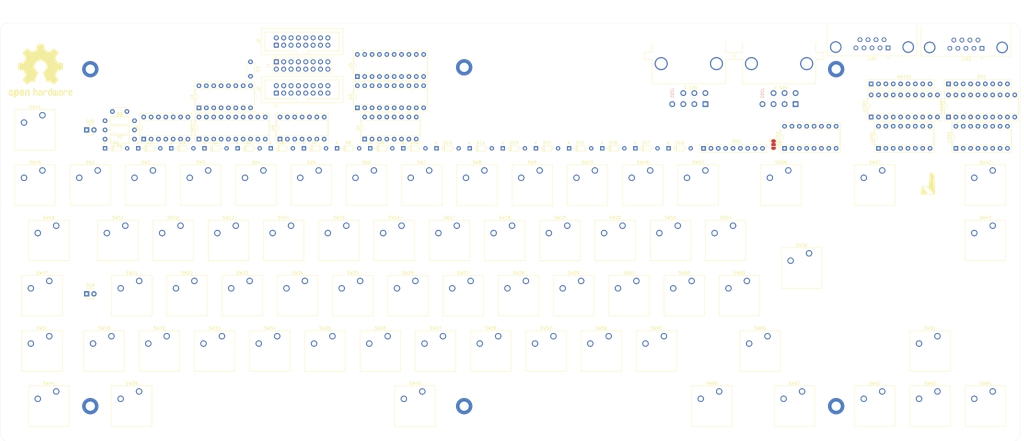
<source format=kicad_pcb>
(kicad_pcb (version 20240108) (generator "pcbnew") (generator_version "8.0")
  (layers (0 "F.Cu" signal) (31 "B.Cu" signal) (34 "B.Paste" user) (35 "F.Paste" user) (36 "B.SilkS" user "B.Silkscreen") (37 "F.SilkS" user "F.Silkscreen") (38 "B.Mask" user) (39 "F.Mask" user) (44 "Edge.Cuts" user))
  (net 0 "")
  (net 1 "COL1")
  (net 2 "ROW1")
  (net 3 "COL2")
  (net 4 "COL3")
  (net 5 "COL4")
  (net 6 "COL5")
  (net 7 "ROW4")
  (net 8 "ROW2")
  (net 9 "ROW5")
  (net 10 "ROW3")
  (net 11 "ROW7")
  (net 12 "ROW6")
  (net 13 "ROW8")
  (net 14 "PD7")
  (net 15 "GND")
  (net 16 "PD6")
  (net 17 "PD5")
  (net 18 "PD4")
  (net 19 "PD3")
  (net 20 "PD2")
  (net 21 "PD1")
  (net 22 "PD0")
  (net 23 "+5V")
  (net 24 "/~{RST}")
  (net 25 "/XID")
  (net 26 "BA3")
  (net 27 "BA2")
  (net 28 "BA1")
  (net 29 "BA0")
  (net 30 "/~{SEL}")
  (net 31 "/DC1")
  (net 32 "/SEL")
  (net 33 "/K~{OE}")
  (net 34 "/C1")
  (net 35 "/C2")
  (net 36 "/C3")
  (net 37 "/C4")
  (net 38 "/C5")
  (net 39 "/ID")
  (net 40 "/DC2")
  (net 41 "/DC3")
  (net 42 "/DC4")
  (net 43 "/~{CSEL}")
  (net 44 "/DC5")
  (net 45 "COL6")
  (net 46 "/DC6")
  (net 47 "/DC7")
  (net 48 "COL7")
  (net 49 "/DC8")
  (net 50 "COL8")
  (net 51 "/L_CL")
  (net 52 "/L_LEG")
  (net 53 "~{IOX}")
  (net 54 "BR~{W}")
  (net 55 "/Gamepads/~{DN1}")
  (net 56 "/Gamepads/~{AB1}")
  (net 57 "/Gamepads/~{SC1}")
  (net 58 "/Gamepads/~{LT1}")
  (net 59 "/Gamepads/~{RT1}")
  (net 60 "/Gamepads/~{UP1}")
  (net 61 "~{LATCH}")
  (net 62 "/Gamepads/~{SC2}")
  (net 63 "/Gamepads/~{AB2}")
  (net 64 "/Gamepads/~{DN2}")
  (net 65 "/Gamepads/~{LT2}")
  (net 66 "/Gamepads/~{UP2}")
  (net 67 "/Gamepads/~{RT2}")
  (net 70 "LATCH")
  (net 71 "/Gamepads/~{DAT1}")
  (net 72 "NCLK")
  (net 75 "/Gamepads/~{DAT2}")
  (net 76 "/Gamepads/VCS")
  (net 77 "/CL")
  (net 78 "/LG")
  (net 82 "P1~{OE}")
  (net 84 "~{NCLK}")
  (net 85 "P2~{OE}")
  (net 86 "/LC3")
  (net 87 "/CC1")
  (net 88 "/CC2")
  (net 89 "/EXT")
  (net 90 "/CC0")
  (net 91 "/LC4")
  (net 97 "/Gamepads/~{S1}")
  (net 98 "/Gamepads/~{A1}")
  (net 99 "/Gamepads/~{A2}")
  (net 100 "/Gamepads/~{S2}")
  (footprint "Button_Switch_Keyboard:SW_Cherry_MX_1.00u_PCB" (layer "F.Cu") (at 270.51 173.355)
    (property "Reference" "SW54")
    (property "Value" "PLUS")
  )
  (footprint "Connector_Dsub:DSUB-9_Male_Horizontal_P2.77x2.84mm_EdgePinOffset4.94mm_Housed_MountingHolesOffset7.48mm" (layer "F.Cu") (at 356.35 112.185331 180)
    (property "Reference" "J102")
    (property "Value" "MD/VCS2")
  )
  (footprint "Package_DIP:DIP-16_W7.62mm_Socket" (layer "F.Cu") (at 143.5 143.5 90)
    (property "Reference" "U4")
    (property "Value" "74HC238")
  )
  (footprint "Button_Switch_Keyboard:SW_Cherry_MX_1.00u_PCB" (layer "F.Cu") (at 360.045 154.305)
    (property "Reference" "SW42")
    (property "Value" "PGUP")
  )
  (footprint "Button_Switch_Keyboard:SW_Cherry_MX_1.00u_PCB" (layer "F.Cu") (at 56.1848 211.455)
    (property "Reference" "SW48")
    (property "Value" "<")
  )
  (footprint "Button_Switch_Keyboard:SW_Cherry_MX_1.00u_PCB" (layer "F.Cu") (at 203.835 154.305)
    (property "Reference" "SW9")
    (property "Value" "9")
  )
  (footprint "Button_Switch_Keyboard:SW_Cherry_MX_1.00u_PCB" (layer "F.Cu") (at 180.0352 192.405)
    (property "Reference" "SW27")
    (property "Value" "J")
  )
  (footprint "Diode_THT:D_DO-34_SOD68_P7.62mm_Horizontal" (layer "F.Cu") (at 133.98 146.685)
    (property "Reference" "D8")
    (property "Value" "4148")
  )
  (footprint "Button_Switch_Keyboard:SW_Cherry_MX_1.25u_PCB" (layer "F.Cu") (at 34.7472 192.405)
    (property "Reference" "SW47")
    (property "Value" "CAPS")
  )
  (footprint "Button_Switch_Keyboard:SW_Cherry_MX_ISOEnter_PCB" (layer "F.Cu") (at 296.7228 182.88)
    (property "Reference" "SW30")
    (property "Value" "ENTER")
  )
  (footprint "Diode_THT:D_DO-34_SOD68_P7.62mm_Horizontal" (layer "F.Cu") (at 145.41 146.685)
    (property "Reference" "D9")
    (property "Value" "4148")
  )
  (footprint "LED_THT:LED_D3.0mm" (layer "F.Cu") (at 47.62 196.85)
    (property "Reference" "D19")
    (property "Value" "CAPS LOCK")
  )
  (footprint "Button_Switch_Keyboard:SW_Cherry_MX_1.00u_PCB" (layer "F.Cu") (at 199.0852 192.405)
    (property "Reference" "SW28")
    (property "Value" "K")
  )
  (footprint "Resistor_THT:R_Array_SIP9" (layer "F.Cu") (at 318.135 124.46)
    (property "Reference" "RN101")
    (property "Value" "22K")
  )
  (footprint "Button_Switch_Keyboard:SW_Cherry_MX_1.00u_PCB" (layer "F.Cu") (at 227.6348 211.455)
    (property "Reference" "SW56")
    (property "Value" "DOT")
  )
  (footprint "Resistor_THT:R_Axial_DIN0207_L6.3mm_D2.5mm_P10.16mm_Horizontal" (layer "F.Cu") (at 64.135 143.51 180)
    (property "Reference" "R1")
    (property "Value" "680")
  )
  (footprint "Button_Switch_Keyboard:SW_Cherry_MX_1.00u_PCB" (layer "F.Cu") (at 32.385 135.255)
    (property "Reference" "SW41")
    (property "Value" "ESC")
  )
  (footprint "Button_Switch_Keyboard:SW_Cherry_MX_1.00u_PCB" (layer "F.Cu") (at 113.3348 211.455)
    (property "Reference" "SW34")
    (property "Value" "C")
  )
  (footprint "durango:j300" (layer "F.Cu") (at 337.82 158.75)
    (property "Reference" "LOGO2" (hide yes))
    (property "Value" "Logo_Open_Hardware_Small" (hide yes))
  )
  (footprint "Button_Switch_Keyboard:SW_Cherry_MX_6.25u_PCB" (layer "F.Cu") (at 163.3602 230.52)
    (property "Reference" "SW40")
    (property "Value" "SPACE")
  )
  (footprint "Package_DIP:DIP-14_W7.62mm_Socket" (layer "F.Cu") (at 114.3 143.51 90)
    (property "Reference" "U9")
    (property "Value" "74HC86")
  )
  (footprint "Button_Switch_Keyboard:SW_Cherry_MX_1.00u_PCB" (layer "F.Cu") (at 321.945 230.505)
    (property "Reference" "SW62")
    (property "Value" "LEFT")
  )
  (footprint "Button_Switch_Keyboard:SW_Cherry_MX_1.00u_PCB" (layer "F.Cu") (at 160.9852 192.405)
    (property "Reference" "SW26")
    (property "Value" "H")
  )
  (footprint "Button_Switch_Keyboard:SW_Cherry_MX_1.00u_PCB" (layer "F.Cu") (at 208.5848 211.455)
    (property "Reference" "SW52")
    (property "Value" "COMMA")
  )
  (footprint "Button_Switch_Keyboard:SW_Cherry_MX_1.00u_PCB" (layer "F.Cu") (at 213.36 173.355)
    (property "Reference" "SW19")
    (property "Value" "O")
  )
  (footprint "Button_Switch_Keyboard:SW_Cherry_MX_1.00u_PCB" (layer "F.Cu") (at 146.685 154.305)
    (property "Reference" "SW6")
    (property "Value" "6")
  )
  (footprint "Button_Switch_Keyboard:SW_Cherry_MX_1.00u_PCB" (layer "F.Cu") (at 184.785 154.305)
    (property "Reference" "SW8")
    (property "Value" "8")
  )
  (footprint "Button_Switch_Keyboard:SW_Cherry_MX_1.00u_PCB" (layer "F.Cu") (at 246.6848 211.455)
    (property "Reference" "SW60")
    (property "Value" "MINUS")
  )
  (footprint "Diode_THT:D_DO-34_SOD68_P7.62mm_Horizontal" (layer "F.Cu") (at 202.565 146.685)
    (property "Reference" "D12")
    (property "Value" "4148")
  )
  (footprint "Package_DIP:DIP-20_W7.62mm_Socket" (layer "F.Cu") (at 344.805 135.89 90)
    (property "Reference" "U102")
    (property "Value" "74HC245")
  )
  (footprint "Button_Switch_Keyboard:SW_Cherry_MX_1.00u_PCB" (layer "F.Cu") (at 80.01 173.355)
    (property "Reference" "SW12")
    (property "Value" "W")
  )
  (footprint "Button_Switch_Keyboard:SW_Cherry_MX_1.00u_PCB" (layer "F.Cu") (at 360.045 173.355)
    (property "Reference" "SW43")
    (property "Value" "PGDN")
  )
  (footprint "durango:NES gamepad" (layer "F.Cu") (at 260.985 131.445 180)
    (property "Reference" "J201")
    (property "Value" "NES 1")
  )
  (footprint "Diode_THT:D_DO-34_SOD68_P7.62mm_Horizontal" (layer "F.Cu") (at 191.135 146.685)
    (property "Reference" "D13")
    (property "Value" "4148")
  )
  (footprint "Button_Switch_Keyboard:SW_Cherry_MX_1.00u_PCB" (layer "F.Cu") (at 122.8852 192.405)
    (property "Reference" "SW24")
    (property "Value" "F")
  )
  (footprint "Button_Switch_Keyboard:SW_Cherry_MX_1.00u_PCB" (layer "F.Cu") (at 360.045 230.505)
    (property "Reference" "SW64")
    (property "Value" "RIGHT")
  )
  (footprint "Button_Switch_Keyboard:SW_Cherry_MX_1.00u_PCB" (layer "F.Cu") (at 99.06 173.355)
    (property "Reference" "SW13")
    (property "Value" "E")
  )
  (footprint "Button_Switch_Keyboard:SW_Cherry_MX_1.00u_PCB" (layer "F.Cu") (at 94.2848 211.455)
    (property "Reference" "SW33")
    (property "Value" "X")
  )
  (footprint "Capacitor_THT:C_Disc_D5.0mm_W2.5mm_P5.00mm" (layer "F.Cu") (at 104.14 116.84 -90)
    (property "Reference" "C1")
    (property "Value" "22n")
  )
  (footprint "Button_Switch_Keyboard:SW_Cherry_MX_1.00u_PCB" (layer "F.Cu") (at 118.11 173.355)
    (property "Reference" "SW14")
    (property "Value" "R")
  )
  (footprint "Package_DIP:DIP-20_W7.62mm_Socket" (layer "F.Cu") (at 318.135 135.89 90)
    (property "Reference" "U101")
    (property "Value" "74HC245")
  )
  (footprint "Diode_THT:D_DO-34_SOD68_P7.62mm_Horizontal" (layer "F.Cu") (at 53.975 146.685)
    (property "Reference" "D1")
    (property "Value" "4148")
  )
  (footprint "Button_Switch_Keyboard:SW_Cherry_MX_1.00u_PCB" (layer "F.Cu") (at 218.1352 192.405)
    (property "Reference" "SW29")
    (property "Value" "L")
  )
  (footprint "Diode_THT:D_DO-34_SOD68_P7.62mm_Horizontal" (layer "F.Cu") (at 236.855 146.685)
    (property "Reference" "D17")
    (property "Value" "4148")
  )
  (footprint "Connector_Dsub:DSUB-9_Male_Horizontal_P2.77x2.84mm_EdgePinOffset4.94mm_Housed_MountingHolesOffset7.48mm" (layer "F.Cu") (at 323.965 112.06 180)
    (property "Reference" "J101")
    (property "Value" "MD/VCS1")
  )
  (footprint "Button_Switch_Keyboard:SW_Cherry_MX_1.00u_PCB" (layer "F.Cu") (at 256.2352 192.405)
    (property "Reference" "SW55")
    (property "Value" "ACUTE")
  )
  (footprint "Button_Switch_Keyboard:SW_Cherry_MX_1.00u_PCB" (layer "F.Cu") (at 103.8352 192.405)
    (property "Reference" "SW23")
    (property "Value" "D")
  )
  (footprint "Button_Switch_Keyboard:SW_Cherry_MX_2.00u_PCB" (layer "F.Cu") (at 289.5728 154.2946)
    (property "Reference" "SW58")
    (property "Value" "BKSP")
  )
  (footprint "Button_Switch_Keyboard:SW_Cherry_MX_1.00u_PCB" (layer "F.Cu") (at 340.995 230.505)
    (property "Reference" "SW63")
    (property "Value" "DOWN")
  )
  (footprint "Button_Switch_Keyboard:SW_Cherry_MX_1.00u_PCB" (layer "F.Cu") (at 321.945 154.305)
    (property "Reference" "SW57")
    (property "Value" "DEL")
  )
  (footprint "Resistor_THT:R_Axial_DIN0207_L6.3mm_D2.5mm_P10.16mm_Horizontal" (layer "F.Cu") (at 53.975 137.16)
    (property "Reference" "R3")
    (property "Value" "680")
  )
  (footprint "Package_DIP:DIP-16_W7.62mm_Socket" (layer "F.Cu") (at 288.29 146.685 90)
    (property "Reference" "U103")
    (property "Value" "74HC174")
  )
  (footprint "Diode_THT:D_DO-34_SOD68_P7.62mm_Horizontal" (layer "F.Cu") (at 76.83 146.685)
    (property "Reference" "D3")
    (property "Value" "4148")
  )
  (footprint "Button_Switch_Keyboard:SW_Cherry_MX_1.00u_PCB" (layer "F.Cu") (at 32.385 154.305)
    (property "Reference" "SW45")
    (property "Value" "ORD")
  )
  (footprint "Connector_PinSocket_2.54mm:PinSocket_2x08_P2.54mm_Vertical" (layer "F.Cu") (at 113.03 116.84 90)
    (property "Reference" "J1")
    (property "Value" "TO COMPUTER")
  )
  (footprint "Package_DIP:DIP-20_W7.62mm_Socket" (layer "F.Cu") (at 86.36 143.51 90)
    (property "Reference" "U3")
    (property "Value" "74HC245")
  )
  (footprint "MountingHole:MountingHole_3.2mm_M3_DIN965_Pad" (layer "F.Cu") (at 306.07 235.585)
    (property "Reference" "H6" (hide yes))
    (property "Value" "MountingHole_Pad" (hide yes))
  )
  (footprint "Button_Switch_Keyboard:SW_Cherry_MX_1.50u_PCB" (layer "F.Cu") (at 265.7348 230.505)
    (property "Reference" "SW65")
    (property "Value" "R-ALT")
  )
  (footprint "Button_Switch_Keyboard:SW_Cherry_MX_2.75u_PCB" (layer "F.Cu") (at 282.41 211.455)
    (property "Reference" "SW66")
    (property "Value" "RSHIFT")
  )
  (footprint "Package_DIP:DIP-14_W7.62mm_Socket" (layer "F.Cu") (at 67.31 143.51 90)
    (property "Reference" "U6")
    (property "Value" "74HC74")
  )
  (footprint "MountingHole:MountingHole_3.2mm_M3_DIN965_Pad" (layer "F.Cu") (at 48.895 119.38)
    (property "Reference" "H1" (hide yes))
    (property "Value" "MountingHole_Pad" (hide yes))
  )
  (footprint "Button_Switch_Keyboard:SW_Cherry_MX_1.00u_PCB" (layer "F.Cu") (at 156.21 173.355)
    (property "Reference" "SW16")
    (property "Value" "Y")
  )
  (footprint "Button_Switch_Keyboard:SW_Cherry_MX_1.00u_PCB" (layer "F.Cu") (at 141.9352 192.405)
    (property "Reference" "SW25")
    (property "Value" "G")
  )
  (footprint "Button_Switch_Keyboard:SW_Cherry_MX_1.00u_PCB" (layer "F.Cu") (at 132.3848 211.455)
    (property "Reference" "SW35")
    (property "Value" "V")
  )
  (footprint "Symbol:OSHW-Logo2_24.3x20mm_SilkScreen" (layer "F.Cu") (at 31.75 120.015)
    (property "Reference" "LOGO1" (hide yes))
    (property "Value" "~" (hide yes))
  )
  (footprint "MountingHole:MountingHole_3.2mm_M3_DIN965_Pad" (layer "F.Cu") (at 48.895 235.585)
    (property "Reference" "H2" (hide yes))
    (property "Value" "MountingHole_Pad" (hide yes))
  )
  (footprint "Package_DIP:DIP-20_W7.62mm_Socket" (layer "F.Cu") (at 140.97 121.93 90)
    (property "Reference" "U5")
    (property "Value" "74HC245")
  )
  (footprint "Diode_THT:D_DO-34_SOD68_P7.62mm_Horizontal" (layer "F.Cu") (at 179.705 146.685)
    (property "Reference" "D14")
    (property "Value" "4148")
  )
  (footprint "Button_Switch_Keyboard:SW_Cherry_MX_1.00u_PCB" (layer "F.Cu") (at 137.16 173.355)
    (property "Reference" "SW15")
    (property "Value" "T")
  )
  (footprint "Button_Switch_Keyboard:SW_Cherry_MX_1.00u_PCB" (layer "F.Cu") (at 222.885 154.305)
    (property "Reference" "SW10")
    (property "Value" "0")
  )
  (footprint "Button_Switch_Keyboard:SW_Cherry_MX_1.00u_PCB" (layer "F.Cu") (at 51.435 154.305)
    (property "Reference" "SW1")
    (property "Value" "1")
  )
  (footprint "Button_Switch_Keyboard:SW_Cherry_MX_1.00u_PCB" (layer "F.Cu") (at 70.485 154.305)
    (property "Reference" "SW2")
    (property "Value" "2")
  )
  (footprint "Button_Switch_Keyboard:SW_Cherry_MX_1.00u_PCB" (layer "F.Cu") (at 84.7852 192.405)
    (property "Reference" "SW22")
    (property "Value" "S")
  )
  (footprint "Button_Switch_Keyboard:SW_Cherry_MX_1.00u_PCB" (layer "F.Cu") (at 165.735 154.305)
    (property "Reference" "SW7")
    (property "Value" "7")
  )
  (footprint "Package_DIP:DIP-16_W7.62mm_Socket" (layer "F.Cu") (at 320.665 146.675 90)
    (property "Reference" "U201")
    (property "Value" "74HC595")
  )
  (footprint "Package_DIP:DIP-16_W7.62mm_Socket" (layer "F.Cu") (at 86.36 132.715 90)
    (property "Reference" "U1")
    (property "Value" "74HC138")
  )
  (footprint "Button_Switch_Keyboard:SW_Cherry_MX_1.00u_PCB" (layer "F.Cu") (at 189.5348 211.455)
    (property "Reference" "SW38")
    (property "Value" "M")
  )
  (footprint "durango:NES gamepad" (layer "F.Cu") (at 292.1 131.445 180)
    (property "Reference" "J202")
    (property "Value" "NES 2")
  )
  (footprint "Diode_THT:D_DO-34_SOD68_P7.62mm_Horizontal" (layer "F.Cu") (at 88.265 146.685)
    (property "Reference" "D4")
    (property "Value" "4148")
  )
  (footprint "Button_Switch_Keyboard:SW_Cherry_MX_1.00u_PCB" (layer "F.Cu") (at 237.1852 192.405)
    (property "Reference" "SW51")
    (property "Value" "Ñ")
  )
  (footprint "LED_THT:LED_D3.0mm" (layer "F.Cu") (at 47.62 140.335)
    (property "Reference" "D20")
    (property "Value" "LEGACY")
  )
  (footprint "Diode_THT:D_DO-34_SOD68_P7.62mm_Horizontal" (layer "F.Cu") (at 111.125 146.685)
    (property "Reference" "D6")
    (property "Value" "4148")
  )
  (footprint "Button_Switch_Keyboard:SW_Cherry_MX_1.50u_PCB" (layer "F.Cu") (at 37.1348 230.505)
    (property "Reference" "SW44")
    (property "Value" "LCTRL")
  )
  (footprint "Button_Switch_Keyboard:SW_Cherry_MX_1.00u_PCB" (layer "F.Cu") (at 251.46 173.355)
    (property "Reference" "SW50")
    (property "Value" "GRAVE")
  )
  (footprint "Button_Switch_Keyboard:SW_Cherry_MX_1.00u_PCB" (layer "F.Cu") (at 232.41 173.355)
    (property "Reference" "SW20")
    (property "Value" "P")
  )
  (footprint "Button_Switch_Keyboard:SW_Cherry_MX_1.00u_PCB" (layer "F.Cu") (at 75.2348 211.455)
    (property "Reference" "SW32")
    (property "Value" "Z")
  )
  (footprint "Package_DIP:DIP-20_W7.62mm_Socket" (layer "F.Cu") (at 140.97 132.705 90)
    (property "Reference" "U2")
    (property "Value" "74HC574")
  )
  (footprint "Package_DIP:DIP-16_W7.62mm_Socket" (layer "F.Cu") (at 347.345 146.685 90)
    (property "Reference" "U202")
    (property "Value" "74HC595")
  )
  (footprint "Button_Switch_Keyboard:SW_Cherry_MX_1.50u_PCB" (layer "F.Cu") (at 294.3098 230.505)
    (property "Reference" "SW67")
    (property "Value" "RCTRL")
  )
  (footprint "Diode_THT:D_DO-34_SOD68_P7.62mm_Horizontal" (layer "F.Cu") (at 225.425 146.685)
    (property "Reference" "D16")
    (property "Value" "4148")
  )
  (footprint "Button_Switch_Keyboard:SW_Cherry_MX_1.00u_PCB" (layer "F.Cu") (at 60.96 173.355)
    (property "Reference" "SW11")
    (property "Value" "Q")
  )
  (footprint "MountingHole:MountingHole_3.2mm_M3_DIN965_Pad" (layer "F.Cu") (at 177.8 235.585)
    (property "Reference" "H4" (hide yes))
    (property "Value" "MountingHole_Pad" (hide yes))
  )
  (footprint "Button_Switch_Keyboard:SW_Cherry_MX_1.00u_PCB" (layer "F.Cu") (at 260.985 154.305)
    (property "Reference" "SW53")
    (property "Value" "IEXCL")
  )
  (footprint "Diode_THT:D_DO-34_SOD68_P7.62mm_Horizontal" (layer "F.Cu") (at 248.285 146.685)
    (property "Reference" "D18")
    (property "Value" "4148")
  )
  (footprint "Connector_IDC:IDC-Header_2x08_P2.54mm_Vertical" (layer "F.Cu") (at 113.03 111.125 90)
    (property "Reference" "J3")
    (property "Value" "IOx")
  )
  (footprint "Diode_THT:D_DO-34_SOD68_P7.62mm_Horizontal" (layer "F.Cu") (at 99.695 146.685)
    (property "Reference" "D5")
    (property "Value" "4148")
  )
  (footprint "Button_Switch_Keyboard:SW_Cherry_MX_1.25u_PCB" (layer "F.Cu") (at 34.7472 211.455)
    (property "Reference" "SW31")
    (property "Value" "LSHIFT")
  )
  (footprint "Resistor_THT:R_Array_SIP9" (layer "F.Cu") (at 344.805 124.46)
    (property "Reference" "RN2")
    (property "Value" "22K")
  )
  (footprint "Button_Switch_Keyboard:SW_Cherry_MX_1.00u_PCB" (layer "F.Cu") (at 275.2852 192.405)
    (property "Reference" "SW59")
    (property "Value" "Ç")
  )
  (footprint "Button_Switch_Keyboard:SW_Cherry_MX_1.00u_PCB" (layer "F.Cu") (at 151.4348 211.455)
    (property "Reference" "SW36")
    (property "Value" "B")
  )
  (footprint "Capacitor_THT:C_Disc_D5.0mm_W2.5mm_P5.00mm" (layer "F.Cu") (at 61.515 133.985 180)
    (property "Reference" "C2")
    (property "Value" "22n")
  )
  (footprint "Diode_THT:D_DO-34_SOD68_P7.62mm_Horizontal" (layer "F.Cu") (at 65.405 146.685)
    (property "Reference" "D2")
    (property "Value" "4148")
  )
  (footprint "Diode_THT:D_DO-34_SOD68_P7.62mm_Horizontal" (layer "F.Cu") (at 122.555 146.685)
    (property "Reference" "D7")
    (property "Value" "4148")
  )
  (footprint "Button_Switch_Keyboard:SW_Cherry_MX_1.00u_PCB" (layer "F.Cu") (at 108.585 154.305)
    (property "Reference" "SW4")
    (property "Value" "4")
  )
  (footprint "Button_Switch_Keyboard:SW_Cherry_MX_1.00u_PCB" (layer "F.Cu") (at 89.535 154.305)
    (property "Reference" "SW3")
    (property "Value" "3")
  )
  (footprint "MountingHole:MountingHole_3.2mm_M3_DIN965_Pad" (layer "F.Cu") (at 306.07 119.38)
    (property "Reference" "H5" (hide yes))
    (property "Value" "MountingHole_Pad" (hide yes))
  )
  (footprint "Button_Switch_Keyboard:SW_Cherry_MX_1.00u_PCB" (layer "F.Cu") (at 170.4848 211.455)
    (property "Reference" "SW37")
    (property "Value" "N")
  )
  (footprint "Button_Switch_Keyboard:SW_Cherry_MX_1.50u_PCB" (layer "F.Cu") (at 37.1348 173.355)
    (property "Reference" "SW46")
    (property "Value" "TAB")
  )
  (footprint "Resistor_THT:R_Array_SIP9" (layer "F.Cu") (at 260.35 146.685)
    (property "Reference" "RN1")
    (property "Value" "3K3")
  )
  (footprint "Button_Switch_Keyboard:SW_Cherry_MX_1.00u_PCB" (layer "F.Cu") (at 127.635 154.305)
    (property "Reference" "SW5")
    (property "Value" "5")
  )
  (footprint "Resistor_THT:R_Axial_DIN0207_L6.3mm_D2.5mm_P10.16mm_Horizontal" (layer "F.Cu") (at 64.135 140.335 180)
    (property "Reference" "R2")
    (property "Value" "680")
  )
  (footprint "Button_Switch_Keyboard:SW_Cherry_MX_1.50u_PCB" (layer "F.Cu") (at 65.7098 230.505)
    (property "Reference" "SW39")
    (property "Value" "L-ALT")
  )
  (footprint "Connector_IDC:IDC-Header_2x08_P2.54mm_Vertical" (layer "F.Cu") (at 113.03 127.635 90)
    (property "Reference" "J2")
    (property "Value" "IOx")
  )
  (footprint "Diode_THT:D_DO-34_SOD68_P7.62mm_Horizontal" (layer "F.Cu") (at 156.84 146.685)
    (property "Reference" "D10")
    (property "Value" "4148")
  )
  (footprint "Button_Switch_Keyboard:SW_Cherry_MX_1.00u_PCB" (layer "F.Cu") (at 194.31 173.355)
    (property "Reference" "SW18")
    (property "Value" "I")
  )
  (footprint "Button_Switch_Keyboard:SW_Cherry_MX_1.00u_PCB" (layer "F.Cu") (at 241.935 154.305)
    (property "Reference" "SW49")
    (property "Value" "APOS")
  )
  (footprint "Diode_THT:D_DO-34_SOD68_P7.62mm_Horizontal" (layer "F.Cu") (at 168.275 146.685)
    (property "Reference" "D15")
    (property "Value" "4148")
  )
  (footprint "Button_Switch_Keyboard:SW_Cherry_MX_1.00u_PCB" (layer "F.Cu") (at 65.7352 192.405)
    (property "Reference" "SW21")
    (property "Value" "A")
  )
  (footprint "Button_Switch_Keyboard:SW_Cherry_MX_1.00u_PCB" (layer "F.Cu") (at 175.26 173.355)
    (property "Reference" "SW17")
    (property "Value" "U")
  )
  (footprint "Button_Switch_Keyboard:SW_Cherry_MX_1.00u_PCB" (layer "F.Cu") (at 340.995 211.455)
    (property "Reference" "SW61")
    (property "Value" "UP")
  )
  (footprint "Jumper:SolderJumper-3_P1.3mm_Bridged12_RoundedPad1.0x1.5mm" (layer "F.Cu") (at 284.48 145.385 -90)
    (property "Reference" "JP1")
    (property "Value" "MD/VCS")
  )
  (footprint "MountingHole:MountingHole_3.2mm_M3_DIN965_Pad" (layer "F.Cu") (at 177.8 118.745)
    (property "Reference" "H3" (hide yes))
    (property "Value" "MountingHole_Pad" (hide yes))
  )
  (footprint "Diode_THT:D_DO-34_SOD68_P7.62mm_Horizontal" (layer "F.Cu") (at 213.99 146.685)
    (property "Reference" "D11")
    (property "Value" "4148")
  )
  (gr_arc (start 367.03 103.505) (mid 368.826051 104.248949) (end 369.57 106.045) (stroke (width 0.05)) (layer "Edge.Cuts"))
  (gr_line (start 20.32 103.505) (end 367.03 103.505) (stroke (width 0.05)) (layer "Edge.Cuts"))
  (gr_line (start 20.32 247.65) (end 367.03 247.65) (stroke (width 0.05)) (layer "Edge.Cuts"))
  (gr_arc (start 369.57 245.11) (mid 368.826051 246.906051) (end 367.03 247.65) (stroke (width 0.05)) (layer "Edge.Cuts"))
  (gr_line (start 369.57 245.11) (end 369.57 106.045) (stroke (width 0.05)) (layer "Edge.Cuts"))
  (gr_arc (start 17.78 106.045) (mid 18.523949 104.248949) (end 20.32 103.505) (stroke (width 0.05)) (layer "Edge.Cuts"))
  (gr_arc (start 20.32 247.65) (mid 18.523949 246.906051) (end 17.78 245.11) (stroke (width 0.05)) (layer "Edge.Cuts"))
  (gr_line (start 17.78 245.11) (end 17.78 106.045) (stroke (width 0.05)) (layer "Edge.Cuts"))
)
</source>
